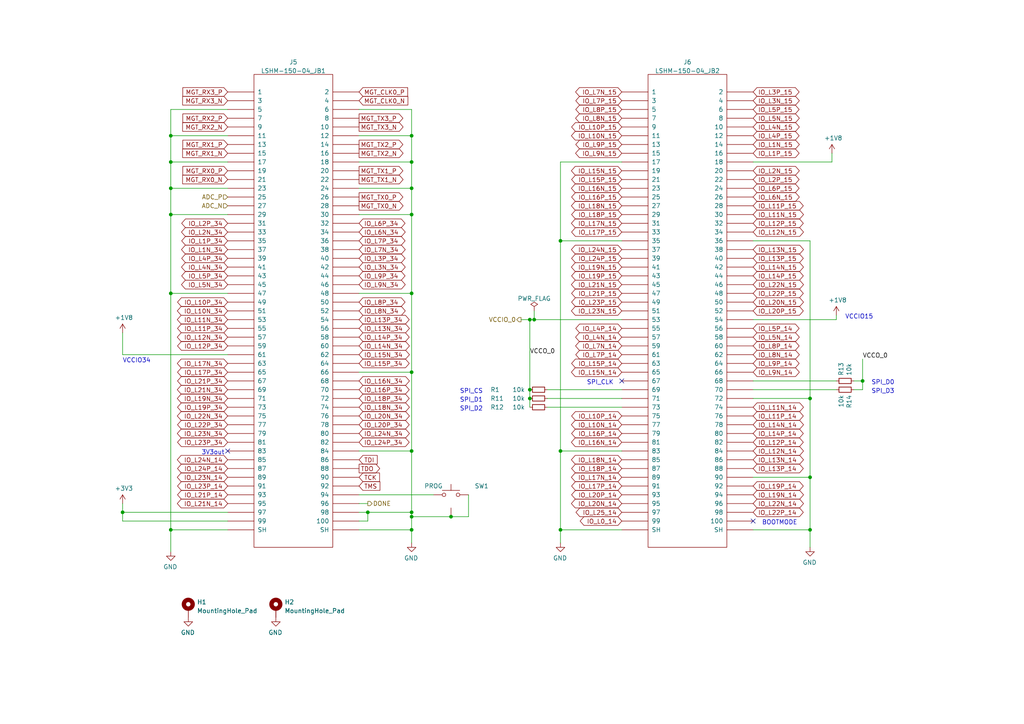
<source format=kicad_sch>
(kicad_sch (version 20230121) (generator eeschema)
  (paper "A4")
  (lib_symbols
    (symbol "Device:R_Small" (pin_numbers hide) (pin_names (offset 0.254) hide)
      (property "Reference" "R" (at 0.762 0.508 0))
      (property "Value" "R_Small" (at 0.762 -1.016 0))
      (symbol "R_Small_0_1"
        (rectangle (start -0.762 1.778) (end 0.762 -1.778) (stroke (width 0.2032)))
      )
      (symbol "R_Small_1_1"
        (pin passive line (at 0 2.54 270) (length 0.762) (name "~") (number "1"))
        (pin passive line (at 0 -2.54 90) (length 0.762) (name "~") (number "2"))
      )
    )
    (symbol "Mechanical:MountingHole_Pad" (pin_numbers hide) (pin_names (offset 1.016) hide)
      (property "Reference" "H" (at 0 6.35 0))
      (property "Value" "MountingHole_Pad" (at 0 4.445 0))
      (symbol "MountingHole_Pad_0_1"
        (circle (center 0 1.27) (radius 1.27) (stroke (width 1.27)))
      )
      (symbol "MountingHole_Pad_1_1"
        (pin input line (at 0 -2.54 90) (length 2.54) (name "1") (number "1"))
      )
    )
    (symbol "fmc:SW_Push_Shielded" (pin_numbers hide) (pin_names (offset 1.016) hide)
      (property "Reference" "SW" (at 1.27 2.54 0))
      (property "Value" "fmc_SW_Push_Shielded" (at 0 -1.524 0))
      (symbol "SW_Push_Shielded_0_1"
        (circle (center -2.032 0) (radius 0.508))
        (polyline (pts (xy 0 1.27) (xy 0 3.048)))
        (polyline (pts (xy 2.54 1.27) (xy -2.54 1.27)))
        (circle (center 2.032 0) (radius 0.508))
        (pin passive line (at -5.08 0 0) (length 2.54) (name "1") (number "1"))
        (pin passive line (at 5.08 0 180) (length 2.54) (name "2") (number "2"))
      )
      (symbol "SW_Push_Shielded_1_1"
        (pin power_in line (at 0 -6.35 90) (length 2.54) (name "Shield") (number "3"))
      )
    )
    (symbol "power:+1V8" (power) (pin_names (offset 0))
      (property "Value" "+1V8" (at 0 3.556 0))
      (symbol "+1V8_0_1"
        (polyline (pts (xy -0.762 1.27) (xy 0 2.54)))
        (polyline (pts (xy 0 0) (xy 0 2.54)))
        (polyline (pts (xy 0 2.54) (xy 0.762 1.27)))
      )
      (symbol "+1V8_1_1"
        (pin power_in line (at 0 0 90) (length 0) hide (name "+1V8") (number "1"))
      )
    )
    (symbol "power:+3V3" (power) (pin_names (offset 0))
      (property "Value" "+3V3" (at 0 3.556 0))
      (symbol "+3V3_0_1"
        (polyline (pts (xy -0.762 1.27) (xy 0 2.54)))
        (polyline (pts (xy 0 0) (xy 0 2.54)))
        (polyline (pts (xy 0 2.54) (xy 0.762 1.27)))
      )
      (symbol "+3V3_1_1"
        (pin power_in line (at 0 0 90) (length 0) hide (name "+3V3") (number "1"))
      )
    )
    (symbol "power:GND" (power) (pin_names (offset 0))
      (property "Value" "GND" (at 0 -3.81 0))
      (symbol "GND_0_1"
        (polyline (pts (xy 0 0) (xy 0 -1.27) (xy 1.27 -1.27) (xy 0 -2.54) (xy -1.27 -1.27) (xy 0 -1.27)))
      )
      (symbol "GND_1_1"
        (pin power_in line (at 0 0 270) (length 0) hide (name "GND") (number "1"))
      )
    )
    (symbol "power:PWR_FLAG" (power) (pin_numbers hide) (pin_names (offset 0) hide)
      (property "Value" "PWR_FLAG" (at 0 3.81 0))
      (symbol "PWR_FLAG_0_0"
        (pin power_out line (at 0 0 90) (length 0) (name "pwr") (number "1"))
      )
      (symbol "PWR_FLAG_0_1"
        (polyline (pts (xy 0 0) (xy 0 1.27) (xy -1.016 1.905) (xy 0 2.54) (xy 1.016 1.905) (xy 0 1.27)))
      )
    )
    (symbol "te0714:LSHM-150-04_JB1" (pin_numbers hide) (pin_names (offset 1.016))
      (property "Reference" "J" (at 0 -2.54 0))
      (property "Value" "LSHM-150-04_JB1" (at 0 2.54 0))
      (symbol "LSHM-150-04_JB1_1_0"
        (rectangle (start -11.43 -68.58) (end 11.43 68.58))
      )
      (symbol "LSHM-150-04_JB1_1_1"
        (pin input line (at -19.05 63.5 0) (length 7.62) (name "1") (number "1"))
        (pin output line (at 19.05 53.34 180) (length 7.62) (name "10") (number "10"))
        (pin power_in line (at 19.05 -60.96 180) (length 7.62) (name "100") (number "100"))
        (pin power_in line (at -19.05 50.8 0) (length 7.62) (name "11") (number "11"))
        (pin power_in line (at 19.05 50.8 180) (length 7.62) (name "12") (number "12"))
        (pin input line (at -19.05 48.26 0) (length 7.62) (name "13") (number "13"))
        (pin output line (at 19.05 48.26 180) (length 7.62) (name "14") (number "14"))
        (pin input line (at -19.05 45.72 0) (length 7.62) (name "15") (number "15"))
        (pin output line (at 19.05 45.72 180) (length 7.62) (name "16") (number "16"))
        (pin power_in line (at -19.05 43.18 0) (length 7.62) (name "17") (number "17"))
        (pin power_in line (at 19.05 43.18 180) (length 7.62) (name "18") (number "18"))
        (pin input line (at -19.05 40.64 0) (length 7.62) (name "19") (number "19"))
        (pin input line (at 19.05 63.5 180) (length 7.62) (name "2") (number "2"))
        (pin output line (at 19.05 40.64 180) (length 7.62) (name "20") (number "20"))
        (pin input line (at -19.05 38.1 0) (length 7.62) (name "21") (number "21"))
        (pin output line (at 19.05 38.1 180) (length 7.62) (name "22") (number "22"))
        (pin power_in line (at -19.05 35.56 0) (length 7.62) (name "23") (number "23"))
        (pin power_in line (at 19.05 35.56 180) (length 7.62) (name "24") (number "24"))
        (pin input line (at -19.05 33.02 0) (length 7.62) (name "25") (number "25"))
        (pin output line (at 19.05 33.02 180) (length 7.62) (name "26") (number "26"))
        (pin input line (at -19.05 30.48 0) (length 7.62) (name "27") (number "27"))
        (pin output line (at 19.05 30.48 180) (length 7.62) (name "28") (number "28"))
        (pin power_in line (at -19.05 27.94 0) (length 7.62) (name "29") (number "29"))
        (pin input line (at -19.05 60.96 0) (length 7.62) (name "3") (number "3"))
        (pin power_in line (at 19.05 27.94 180) (length 7.62) (name "30") (number "30"))
        (pin bidirectional line (at -19.05 25.4 0) (length 7.62) (name "31") (number "31"))
        (pin bidirectional line (at 19.05 25.4 180) (length 7.62) (name "32") (number "32"))
        (pin bidirectional line (at -19.05 22.86 0) (length 7.62) (name "33") (number "33"))
        (pin bidirectional line (at 19.05 22.86 180) (length 7.62) (name "34") (number "34"))
        (pin bidirectional line (at -19.05 20.32 0) (length 7.62) (name "35") (number "35"))
        (pin bidirectional line (at 19.05 20.32 180) (length 7.62) (name "36") (number "36"))
        (pin bidirectional line (at -19.05 17.78 0) (length 7.62) (name "37") (number "37"))
        (pin bidirectional line (at 19.05 17.78 180) (length 7.62) (name "38") (number "38"))
        (pin bidirectional line (at -19.05 15.24 0) (length 7.62) (name "39") (number "39"))
        (pin input line (at 19.05 60.96 180) (length 7.62) (name "4") (number "4"))
        (pin bidirectional line (at 19.05 15.24 180) (length 7.62) (name "40") (number "40"))
        (pin bidirectional line (at -19.05 12.7 0) (length 7.62) (name "41") (number "41"))
        (pin bidirectional line (at 19.05 12.7 180) (length 7.62) (name "42") (number "42"))
        (pin bidirectional line (at -19.05 10.16 0) (length 7.62) (name "43") (number "43"))
        (pin bidirectional line (at 19.05 10.16 180) (length 7.62) (name "44") (number "44"))
        (pin bidirectional line (at -19.05 7.62 0) (length 7.62) (name "45") (number "45"))
        (pin bidirectional line (at 19.05 7.62 180) (length 7.62) (name "46") (number "46"))
        (pin power_in line (at -19.05 5.08 0) (length 7.62) (name "47") (number "47"))
        (pin power_in line (at 19.05 5.08 180) (length 7.62) (name "48") (number "48"))
        (pin bidirectional line (at -19.05 2.54 0) (length 7.62) (name "49") (number "49"))
        (pin power_in line (at -19.05 58.42 0) (length 7.62) (name "5") (number "5"))
        (pin bidirectional line (at 19.05 2.54 180) (length 7.62) (name "50") (number "50"))
        (pin bidirectional line (at -19.05 0 0) (length 7.62) (name "51") (number "51"))
        (pin bidirectional line (at 19.05 0 180) (length 7.62) (name "52") (number "52"))
        (pin bidirectional line (at -19.05 -2.54 0) (length 7.62) (name "53") (number "53"))
        (pin bidirectional line (at 19.05 -2.54 180) (length 7.62) (name "54") (number "54"))
        (pin bidirectional line (at -19.05 -5.08 0) (length 7.62) (name "55") (number "55"))
        (pin bidirectional line (at 19.05 -5.08 180) (length 7.62) (name "56") (number "56"))
        (pin bidirectional line (at -19.05 -7.62 0) (length 7.62) (name "57") (number "57"))
        (pin bidirectional line (at 19.05 -7.62 180) (length 7.62) (name "58") (number "58"))
        (pin bidirectional line (at -19.05 -10.16 0) (length 7.62) (name "59") (number "59"))
        (pin power_in line (at 19.05 58.42 180) (length 7.62) (name "6") (number "6"))
        (pin bidirectional line (at 19.05 -10.16 180) (length 7.62) (name "60") (number "60"))
        (pin power_in line (at -19.05 -12.7 0) (length 7.62) (name "61") (number "61"))
        (pin bidirectional line (at 19.05 -12.7 180) (length 7.62) (name "62") (number "62"))
        (pin bidirectional line (at -19.05 -15.24 0) (length 7.62) (name "63") (number "63"))
        (pin bidirectional line (at 19.05 -15.24 180) (length 7.62) (name "64") (number "64"))
        (pin bidirectional line (at -19.05 -17.78 0) (length 7.62) (name "65") (number "65"))
        (pin power_in line (at 19.05 -17.78 180) (length 7.62) (name "66") (number "66"))
        (pin bidirectional line (at -19.05 -20.32 0) (length 7.62) (name "67") (number "67"))
        (pin bidirectional line (at 19.05 -20.32 180) (length 7.62) (name "68") (number "68"))
        (pin bidirectional line (at -19.05 -22.86 0) (length 7.62) (name "69") (number "69"))
        (pin input line (at -19.05 55.88 0) (length 7.62) (name "7") (number "7"))
        (pin bidirectional line (at 19.05 -22.86 180) (length 7.62) (name "70") (number "70"))
        (pin bidirectional line (at -19.05 -25.4 0) (length 7.62) (name "71") (number "71"))
        (pin bidirectional line (at 19.05 -25.4 180) (length 7.62) (name "72") (number "72"))
        (pin bidirectional line (at -19.05 -27.94 0) (length 7.62) (name "73") (number "73"))
        (pin bidirectional line (at 19.05 -27.94 180) (length 7.62) (name "74") (number "74"))
        (pin bidirectional line (at -19.05 -30.48 0) (length 7.62) (name "75") (number "75"))
        (pin bidirectional line (at 19.05 -30.48 180) (length 7.62) (name "76") (number "76"))
        (pin bidirectional line (at -19.05 -33.02 0) (length 7.62) (name "77") (number "77"))
        (pin bidirectional line (at 19.05 -33.02 180) (length 7.62) (name "78") (number "78"))
        (pin bidirectional line (at -19.05 -35.56 0) (length 7.62) (name "79") (number "79"))
        (pin output line (at 19.05 55.88 180) (length 7.62) (name "8") (number "8"))
        (pin bidirectional line (at 19.05 -35.56 180) (length 7.62) (name "80") (number "80"))
        (pin bidirectional line (at -19.05 -38.1 0) (length 7.62) (name "81") (number "81"))
        (pin bidirectional line (at 19.05 -38.1 180) (length 7.62) (name "82") (number "82"))
        (pin power_out line (at -19.05 -40.64 0) (length 7.62) (name "83") (number "83"))
        (pin power_in line (at 19.05 -40.64 180) (length 7.62) (name "84") (number "84"))
        (pin bidirectional line (at -19.05 -43.18 0) (length 7.62) (name "85") (number "85"))
        (pin input line (at 19.05 -43.18 180) (length 7.62) (name "86") (number "86"))
        (pin bidirectional line (at -19.05 -45.72 0) (length 7.62) (name "87") (number "87"))
        (pin output line (at 19.05 -45.72 180) (length 7.62) (name "88") (number "88"))
        (pin bidirectional line (at -19.05 -48.26 0) (length 7.62) (name "89") (number "89"))
        (pin input line (at -19.05 53.34 0) (length 7.62) (name "9") (number "9"))
        (pin input line (at 19.05 -48.26 180) (length 7.62) (name "90") (number "90"))
        (pin bidirectional line (at -19.05 -50.8 0) (length 7.62) (name "91") (number "91"))
        (pin input line (at 19.05 -50.8 180) (length 7.62) (name "92") (number "92"))
        (pin bidirectional line (at -19.05 -53.34 0) (length 7.62) (name "93") (number "93"))
        (pin input line (at 19.05 -53.34 180) (length 7.62) (name "94") (number "94"))
        (pin bidirectional line (at -19.05 -55.88 0) (length 7.62) (name "95") (number "95"))
        (pin output line (at 19.05 -55.88 180) (length 7.62) (name "96") (number "96"))
        (pin power_in line (at -19.05 -58.42 0) (length 7.62) (name "97") (number "97"))
        (pin power_in line (at 19.05 -58.42 180) (length 7.62) (name "98") (number "98"))
        (pin power_in line (at -19.05 -60.96 0) (length 7.62) (name "99") (number "99"))
        (pin power_in line (at -19.05 -63.5 0) (length 7.62) (name "SH") (number "SH"))
        (pin power_in line (at 19.05 -63.5 180) (length 7.62) (name "SH") (number "SH"))
      )
    )
    (symbol "te0714:LSHM-150-04_JB2" (pin_numbers hide) (pin_names (offset 1.016))
      (property "Reference" "J" (at 0 -2.54 0))
      (property "Value" "LSHM-150-04_JB2" (at 0 2.54 0))
      (symbol "LSHM-150-04_JB2_1_0"
        (rectangle (start -11.43 -68.58) (end 11.43 68.58))
      )
      (symbol "LSHM-150-04_JB2_1_1"
        (pin bidirectional line (at -19.05 63.5 0) (length 7.62) (name "1") (number "1"))
        (pin bidirectional line (at 19.05 53.34 180) (length 7.62) (name "10") (number "10"))
        (pin input line (at 19.05 -60.96 180) (length 7.62) (name "100") (number "100"))
        (pin bidirectional line (at -19.05 50.8 0) (length 7.62) (name "11") (number "11"))
        (pin bidirectional line (at 19.05 50.8 180) (length 7.62) (name "12") (number "12"))
        (pin bidirectional line (at -19.05 48.26 0) (length 7.62) (name "13") (number "13"))
        (pin bidirectional line (at 19.05 48.26 180) (length 7.62) (name "14") (number "14"))
        (pin bidirectional line (at -19.05 45.72 0) (length 7.62) (name "15") (number "15"))
        (pin bidirectional line (at 19.05 45.72 180) (length 7.62) (name "16") (number "16"))
        (pin power_in line (at -19.05 43.18 0) (length 7.62) (name "17") (number "17"))
        (pin power_out line (at 19.05 43.18 180) (length 7.62) (name "18") (number "18"))
        (pin bidirectional line (at -19.05 40.64 0) (length 7.62) (name "19") (number "19"))
        (pin bidirectional line (at 19.05 63.5 180) (length 7.62) (name "2") (number "2"))
        (pin bidirectional line (at 19.05 40.64 180) (length 7.62) (name "20") (number "20"))
        (pin bidirectional line (at -19.05 38.1 0) (length 7.62) (name "21") (number "21"))
        (pin bidirectional line (at 19.05 38.1 180) (length 7.62) (name "22") (number "22"))
        (pin bidirectional line (at -19.05 35.56 0) (length 7.62) (name "23") (number "23"))
        (pin bidirectional line (at 19.05 35.56 180) (length 7.62) (name "24") (number "24"))
        (pin bidirectional line (at -19.05 33.02 0) (length 7.62) (name "25") (number "25"))
        (pin bidirectional line (at 19.05 33.02 180) (length 7.62) (name "26") (number "26"))
        (pin bidirectional line (at -19.05 30.48 0) (length 7.62) (name "27") (number "27"))
        (pin bidirectional line (at 19.05 30.48 180) (length 7.62) (name "28") (number "28"))
        (pin bidirectional line (at -19.05 27.94 0) (length 7.62) (name "29") (number "29"))
        (pin bidirectional line (at -19.05 60.96 0) (length 7.62) (name "3") (number "3"))
        (pin bidirectional line (at 19.05 27.94 180) (length 7.62) (name "30") (number "30"))
        (pin bidirectional line (at -19.05 25.4 0) (length 7.62) (name "31") (number "31"))
        (pin bidirectional line (at 19.05 25.4 180) (length 7.62) (name "32") (number "32"))
        (pin bidirectional line (at -19.05 22.86 0) (length 7.62) (name "33") (number "33"))
        (pin bidirectional line (at 19.05 22.86 180) (length 7.62) (name "34") (number "34"))
        (pin power_in line (at -19.05 20.32 0) (length 7.62) (name "35") (number "35"))
        (pin power_in line (at 19.05 20.32 180) (length 7.62) (name "36") (number "36"))
        (pin bidirectional line (at -19.05 17.78 0) (length 7.62) (name "37") (number "37"))
        (pin bidirectional line (at 19.05 17.78 180) (length 7.62) (name "38") (number "38"))
        (pin bidirectional line (at -19.05 15.24 0) (length 7.62) (name "39") (number "39"))
        (pin bidirectional line (at 19.05 60.96 180) (length 7.62) (name "4") (number "4"))
        (pin bidirectional line (at 19.05 15.24 180) (length 7.62) (name "40") (number "40"))
        (pin bidirectional line (at -19.05 12.7 0) (length 7.62) (name "41") (number "41"))
        (pin bidirectional line (at 19.05 12.7 180) (length 7.62) (name "42") (number "42"))
        (pin bidirectional line (at -19.05 10.16 0) (length 7.62) (name "43") (number "43"))
        (pin bidirectional line (at 19.05 10.16 180) (length 7.62) (name "44") (number "44"))
        (pin bidirectional line (at -19.05 7.62 0) (length 7.62) (name "45") (number "45"))
        (pin bidirectional line (at 19.05 7.62 180) (length 7.62) (name "46") (number "46"))
        (pin bidirectional line (at -19.05 5.08 0) (length 7.62) (name "47") (number "47"))
        (pin bidirectional line (at 19.05 5.08 180) (length 7.62) (name "48") (number "48"))
        (pin bidirectional line (at -19.05 2.54 0) (length 7.62) (name "49") (number "49"))
        (pin bidirectional line (at -19.05 58.42 0) (length 7.62) (name "5") (number "5"))
        (pin bidirectional line (at 19.05 2.54 180) (length 7.62) (name "50") (number "50"))
        (pin bidirectional line (at -19.05 0 0) (length 7.62) (name "51") (number "51"))
        (pin bidirectional line (at 19.05 0 180) (length 7.62) (name "52") (number "52"))
        (pin bidirectional line (at -19.05 -2.54 0) (length 7.62) (name "53") (number "53"))
        (pin power_in line (at 19.05 -2.54 180) (length 7.62) (name "54") (number "54"))
        (pin bidirectional line (at -19.05 -5.08 0) (length 7.62) (name "55") (number "55"))
        (pin bidirectional line (at 19.05 -5.08 180) (length 7.62) (name "56") (number "56"))
        (pin bidirectional line (at -19.05 -7.62 0) (length 7.62) (name "57") (number "57"))
        (pin bidirectional line (at 19.05 -7.62 180) (length 7.62) (name "58") (number "58"))
        (pin bidirectional line (at -19.05 -10.16 0) (length 7.62) (name "59") (number "59"))
        (pin bidirectional line (at 19.05 58.42 180) (length 7.62) (name "6") (number "6"))
        (pin bidirectional line (at 19.05 -10.16 180) (length 7.62) (name "60") (number "60"))
        (pin bidirectional line (at -19.05 -12.7 0) (length 7.62) (name "61") (number "61"))
        (pin bidirectional line (at 19.05 -12.7 180) (length 7.62) (name "62") (number "62"))
        (pin bidirectional line (at -19.05 -15.24 0) (length 7.62) (name "63") (number "63"))
        (pin bidirectional line (at 19.05 -15.24 180) (length 7.62) (name "64") (number "64"))
        (pin bidirectional line (at -19.05 -17.78 0) (length 7.62) (name "65") (number "65"))
        (pin bidirectional line (at 19.05 -17.78 180) (length 7.62) (name "66") (number "66"))
        (pin output line (at -19.05 -20.32 0) (length 7.62) (name "67") (number "67"))
        (pin output line (at 19.05 -20.32 180) (length 7.62) (name "68") (number "68"))
        (pin output line (at -19.05 -22.86 0) (length 7.62) (name "69") (number "69"))
        (pin bidirectional line (at -19.05 55.88 0) (length 7.62) (name "7") (number "7"))
        (pin output line (at 19.05 -22.86 180) (length 7.62) (name "70") (number "70"))
        (pin output line (at -19.05 -25.4 0) (length 7.62) (name "71") (number "71"))
        (pin power_in line (at 19.05 -25.4 180) (length 7.62) (name "72") (number "72"))
        (pin output line (at -19.05 -27.94 0) (length 7.62) (name "73") (number "73"))
        (pin bidirectional line (at 19.05 -27.94 180) (length 7.62) (name "74") (number "74"))
        (pin bidirectional line (at -19.05 -30.48 0) (length 7.62) (name "75") (number "75"))
        (pin bidirectional line (at 19.05 -30.48 180) (length 7.62) (name "76") (number "76"))
        (pin bidirectional line (at -19.05 -33.02 0) (length 7.62) (name "77") (number "77"))
        (pin bidirectional line (at 19.05 -33.02 180) (length 7.62) (name "78") (number "78"))
        (pin bidirectional line (at -19.05 -35.56 0) (length 7.62) (name "79") (number "79"))
        (pin bidirectional line (at 19.05 55.88 180) (length 7.62) (name "8") (number "8"))
        (pin bidirectional line (at 19.05 -35.56 180) (length 7.62) (name "80") (number "80"))
        (pin bidirectional line (at -19.05 -38.1 0) (length 7.62) (name "81") (number "81"))
        (pin bidirectional line (at 19.05 -38.1 180) (length 7.62) (name "82") (number "82"))
        (pin power_in line (at -19.05 -40.64 0) (length 7.62) (name "83") (number "83"))
        (pin bidirectional line (at 19.05 -40.64 180) (length 7.62) (name "84") (number "84"))
        (pin bidirectional line (at -19.05 -43.18 0) (length 7.62) (name "85") (number "85"))
        (pin bidirectional line (at 19.05 -43.18 180) (length 7.62) (name "86") (number "86"))
        (pin bidirectional line (at -19.05 -45.72 0) (length 7.62) (name "87") (number "87"))
        (pin bidirectional line (at 19.05 -45.72 180) (length 7.62) (name "88") (number "88"))
        (pin bidirectional line (at -19.05 -48.26 0) (length 7.62) (name "89") (number "89"))
        (pin bidirectional line (at -19.05 53.34 0) (length 7.62) (name "9") (number "9"))
        (pin power_in line (at 19.05 -48.26 180) (length 7.62) (name "90") (number "90"))
        (pin bidirectional line (at -19.05 -50.8 0) (length 7.62) (name "91") (number "91"))
        (pin bidirectional line (at 19.05 -50.8 180) (length 7.62) (name "92") (number "92"))
        (pin bidirectional line (at -19.05 -53.34 0) (length 7.62) (name "93") (number "93"))
        (pin bidirectional line (at 19.05 -53.34 180) (length 7.62) (name "94") (number "94"))
        (pin bidirectional line (at -19.05 -55.88 0) (length 7.62) (name "95") (number "95"))
        (pin bidirectional line (at 19.05 -55.88 180) (length 7.62) (name "96") (number "96"))
        (pin bidirectional line (at -19.05 -58.42 0) (length 7.62) (name "97") (number "97"))
        (pin bidirectional line (at 19.05 -58.42 180) (length 7.62) (name "98") (number "98"))
        (pin bidirectional line (at -19.05 -60.96 0) (length 7.62) (name "99") (number "99"))
        (pin power_in line (at -19.05 -63.5 0) (length 7.62) (name "SH") (number "SH"))
        (pin power_in line (at 19.05 -63.5 180) (length 7.62) (name "SH") (number "SH"))
      )
    )
  )
  (junction (at 119.38 39.37))
  (junction (at 153.67 115.57))
  (junction (at 49.53 54.61))
  (junction (at 119.38 148.59))
  (junction (at 49.53 39.37))
  (junction (at 35.56 148.59))
  (junction (at 49.53 85.09))
  (junction (at 119.38 54.61))
  (junction (at 234.95 153.67))
  (junction (at 119.38 62.23))
  (junction (at 106.68 148.59))
  (junction (at 49.53 153.67))
  (junction (at 153.67 113.03))
  (junction (at 250.19 110.49))
  (junction (at 162.56 130.81))
  (junction (at 119.38 130.81))
  (junction (at 119.38 107.95))
  (junction (at 162.56 69.85))
  (junction (at 234.95 115.57))
  (junction (at 49.53 46.99))
  (junction (at 153.67 92.71))
  (junction (at 234.95 138.43))
  (junction (at 119.38 149.86))
  (junction (at 49.53 62.23))
  (junction (at 119.38 153.67))
  (junction (at 119.38 46.99))
  (junction (at 119.38 85.09))
  (junction (at 154.94 92.71))
  (junction (at 162.56 153.67))
  (junction (at 130.81 149.86))
  (no_connect (at 218.44 151.13))
  (no_connect (at 66.04 130.81))
  (no_connect (at 180.34 110.49))
  (wire (pts (xy 35.56 146.05) (xy 35.56 148.59)))
  (wire (pts (xy 151.13 92.71) (xy 153.67 92.71)))
  (wire (pts (xy 119.38 85.09) (xy 119.38 107.95)))
  (wire (pts (xy 49.53 46.99) (xy 49.53 54.61)))
  (wire (pts (xy 218.44 113.03) (xy 242.57 113.03)))
  (wire (pts (xy 218.44 110.49) (xy 242.57 110.49)))
  (wire (pts (xy 119.38 62.23) (xy 119.38 85.09)))
  (wire (pts (xy 49.53 153.67) (xy 49.53 160.02)))
  (wire (pts (xy 162.56 69.85) (xy 162.56 130.81)))
  (wire (pts (xy 153.67 115.57) (xy 153.67 118.11)))
  (wire (pts (xy 119.38 153.67) (xy 119.38 157.48)))
  (wire (pts (xy 153.67 92.71) (xy 154.94 92.71)))
  (wire (pts (xy 234.95 69.85) (xy 234.95 115.57)))
  (wire (pts (xy 104.14 107.95) (xy 119.38 107.95)))
  (wire (pts (xy 104.14 54.61) (xy 119.38 54.61)))
  (wire (pts (xy 241.3 46.99) (xy 241.3 44.45)))
  (wire (pts (xy 250.19 110.49) (xy 247.65 110.49)))
  (wire (pts (xy 247.65 113.03) (xy 250.19 113.03)))
  (wire (pts (xy 119.38 39.37) (xy 119.38 46.99)))
  (wire (pts (xy 104.14 39.37) (xy 119.38 39.37)))
  (wire (pts (xy 162.56 46.99) (xy 162.56 69.85)))
  (wire (pts (xy 180.34 153.67) (xy 162.56 153.67)))
  (wire (pts (xy 218.44 115.57) (xy 234.95 115.57)))
  (wire (pts (xy 119.38 54.61) (xy 119.38 62.23)))
  (wire (pts (xy 35.56 148.59) (xy 35.56 151.13)))
  (wire (pts (xy 154.94 90.17) (xy 154.94 92.71)))
  (wire (pts (xy 35.56 151.13) (xy 66.04 151.13)))
  (wire (pts (xy 104.14 85.09) (xy 119.38 85.09)))
  (wire (pts (xy 35.56 148.59) (xy 66.04 148.59)))
  (wire (pts (xy 218.44 69.85) (xy 234.95 69.85)))
  (wire (pts (xy 104.14 31.75) (xy 119.38 31.75)))
  (wire (pts (xy 106.68 148.59) (xy 119.38 148.59)))
  (wire (pts (xy 35.56 102.87) (xy 66.04 102.87)))
  (wire (pts (xy 180.34 69.85) (xy 162.56 69.85)))
  (wire (pts (xy 119.38 107.95) (xy 119.38 130.81)))
  (wire (pts (xy 218.44 138.43) (xy 234.95 138.43)))
  (wire (pts (xy 154.94 92.71) (xy 180.34 92.71)))
  (wire (pts (xy 180.34 46.99) (xy 162.56 46.99)))
  (wire (pts (xy 104.14 151.13) (xy 106.68 151.13)))
  (wire (pts (xy 250.19 104.14) (xy 250.19 110.49)))
  (wire (pts (xy 49.53 62.23) (xy 66.04 62.23)))
  (wire (pts (xy 104.14 148.59) (xy 106.68 148.59)))
  (wire (pts (xy 234.95 138.43) (xy 234.95 153.67)))
  (wire (pts (xy 130.81 149.86) (xy 119.38 149.86)))
  (wire (pts (xy 104.14 153.67) (xy 119.38 153.67)))
  (wire (pts (xy 49.53 85.09) (xy 49.53 153.67)))
  (wire (pts (xy 135.89 143.51) (xy 135.89 149.86)))
  (wire (pts (xy 162.56 130.81) (xy 162.56 153.67)))
  (wire (pts (xy 158.75 113.03) (xy 180.34 113.03)))
  (wire (pts (xy 49.53 85.09) (xy 66.04 85.09)))
  (wire (pts (xy 49.53 54.61) (xy 49.53 62.23)))
  (wire (pts (xy 49.53 46.99) (xy 66.04 46.99)))
  (wire (pts (xy 218.44 153.67) (xy 234.95 153.67)))
  (wire (pts (xy 49.53 39.37) (xy 66.04 39.37)))
  (wire (pts (xy 162.56 130.81) (xy 180.34 130.81)))
  (wire (pts (xy 158.75 118.11) (xy 180.34 118.11)))
  (wire (pts (xy 66.04 31.75) (xy 49.53 31.75)))
  (wire (pts (xy 104.14 143.51) (xy 125.73 143.51)))
  (wire (pts (xy 119.38 149.86) (xy 119.38 153.67)))
  (wire (pts (xy 234.95 115.57) (xy 234.95 138.43)))
  (wire (pts (xy 135.89 149.86) (xy 130.81 149.86)))
  (wire (pts (xy 250.19 110.49) (xy 250.19 113.03)))
  (wire (pts (xy 119.38 148.59) (xy 119.38 149.86)))
  (wire (pts (xy 104.14 46.99) (xy 119.38 46.99)))
  (wire (pts (xy 49.53 54.61) (xy 66.04 54.61)))
  (wire (pts (xy 119.38 46.99) (xy 119.38 54.61)))
  (wire (pts (xy 119.38 31.75) (xy 119.38 39.37)))
  (wire (pts (xy 49.53 39.37) (xy 49.53 46.99)))
  (wire (pts (xy 153.67 92.71) (xy 153.67 113.03)))
  (wire (pts (xy 158.75 115.57) (xy 180.34 115.57)))
  (wire (pts (xy 162.56 153.67) (xy 162.56 157.48)))
  (wire (pts (xy 218.44 46.99) (xy 241.3 46.99)))
  (wire (pts (xy 119.38 130.81) (xy 119.38 148.59)))
  (wire (pts (xy 35.56 96.52) (xy 35.56 102.87)))
  (wire (pts (xy 104.14 146.05) (xy 106.68 146.05)))
  (wire (pts (xy 153.67 113.03) (xy 153.67 115.57)))
  (wire (pts (xy 49.53 153.67) (xy 66.04 153.67)))
  (wire (pts (xy 104.14 130.81) (xy 119.38 130.81)))
  (wire (pts (xy 234.95 153.67) (xy 234.95 158.75)))
  (wire (pts (xy 218.44 92.71) (xy 242.57 92.71)))
  (wire (pts (xy 49.53 31.75) (xy 49.53 39.37)))
  (wire (pts (xy 242.57 92.71) (xy 242.57 91.44)))
  (wire (pts (xy 106.68 151.13) (xy 106.68 148.59)))
  (wire (pts (xy 49.53 62.23) (xy 49.53 85.09)))
  (wire (pts (xy 104.14 62.23) (xy 119.38 62.23)))
  (text "SPI_D0" (at 252.73 111.76 0) (effects (font (size 1.27 1.27)) (justify left bottom)))
  (text "VCCIO15" (at 245.11 92.71 0) (effects (font (size 1.27 1.27)) (justify left bottom)))
  (text "SPI_D1" (at 133.35 116.84 0) (effects (font (size 1.27 1.27)) (justify left bottom)))
  (text "BOOTMODE" (at 220.98 152.4 0) (effects (font (size 1.27 1.27)) (justify left bottom)))
  (text "3V3out" (at 58.42 132.08 0) (effects (font (size 1.27 1.27)) (justify left bottom)))
  (text "SPI_D3" (at 252.73 114.3 0) (effects (font (size 1.27 1.27)) (justify left bottom)))
  (text "SPI_D2" (at 133.35 119.38 0) (effects (font (size 1.27 1.27)) (justify left bottom)))
  (text "SPI_CS" (at 133.35 114.3 0) (effects (font (size 1.27 1.27)) (justify left bottom)))
  (text "VCCIO34" (at 35.56 105.41 0) (effects (font (size 1.27 1.27)) (justify left bottom)))
  (text "SPI_CLK" (at 170.18 111.76 0) (effects (font (size 1.27 1.27)) (justify left bottom)))
  (label "VCCO_0" (at 153.67 102.87 0))
  (label "VCCO_0" (at 250.19 104.14 0))
  (global_label "IO_L19P_15" (shape bidirectional) (at 180.34 80.01 180) (property "Intersheetrefs" "${INTERSHEET_REFS}" (effects hide)))
  (global_label "IO_L12N_15" (shape bidirectional) (at 218.44 67.31 0) (property "Intersheetrefs" "${INTERSHEET_REFS}" (effects hide)))
  (global_label "IO_L8P_15" (shape bidirectional) (at 180.34 31.75 180) (property "Intersheetrefs" "${INTERSHEET_REFS}" (effects hide)))
  (global_label "IO_L11P_14" (shape bidirectional) (at 218.44 120.65 0) (property "Intersheetrefs" "${INTERSHEET_REFS}" (effects hide)))
  (global_label "IO_L16N_15" (shape bidirectional) (at 180.34 54.61 180) (property "Intersheetrefs" "${INTERSHEET_REFS}" (effects hide)))
  (global_label "MGT_TX2_P" (shape output) (at 104.14 41.91 0) (property "Intersheetrefs" "${INTERSHEET_REFS}" (effects hide)))
  (global_label "MGT_RX2_N" (shape input) (at 66.04 36.83 180) (property "Intersheetrefs" "${INTERSHEET_REFS}" (effects hide)))
  (global_label "IO_L19N_14" (shape bidirectional) (at 218.44 143.51 0) (property "Intersheetrefs" "${INTERSHEET_REFS}" (effects hide)))
  (global_label "IO_L15P_15" (shape bidirectional) (at 180.34 52.07 180) (property "Intersheetrefs" "${INTERSHEET_REFS}" (effects hide)))
  (global_label "IO_L15P_34" (shape bidirectional) (at 104.14 105.41 0) (property "Intersheetrefs" "${INTERSHEET_REFS}" (effects hide)))
  (global_label "IO_L21P_14" (shape bidirectional) (at 66.04 143.51 180) (property "Intersheetrefs" "${INTERSHEET_REFS}" (effects hide)))
  (global_label "IO_L7N_34" (shape bidirectional) (at 104.14 72.39 0) (property "Intersheetrefs" "${INTERSHEET_REFS}" (effects hide)))
  (global_label "IO_L13N_34" (shape bidirectional) (at 104.14 95.25 0) (property "Intersheetrefs" "${INTERSHEET_REFS}" (effects hide)))
  (global_label "IO_L5N_34" (shape bidirectional) (at 66.04 82.55 180) (property "Intersheetrefs" "${INTERSHEET_REFS}" (effects hide)))
  (global_label "IO_L3N_34" (shape bidirectional) (at 104.14 77.47 0) (property "Intersheetrefs" "${INTERSHEET_REFS}" (effects hide)))
  (global_label "IO_L20P_15" (shape bidirectional) (at 218.44 90.17 0) (property "Intersheetrefs" "${INTERSHEET_REFS}" (effects hide)))
  (global_label "IO_L12P_14" (shape bidirectional) (at 218.44 128.27 0) (property "Intersheetrefs" "${INTERSHEET_REFS}" (effects hide)))
  (global_label "IO_L13P_34" (shape bidirectional) (at 104.14 92.71 0) (property "Intersheetrefs" "${INTERSHEET_REFS}" (effects hide)))
  (global_label "IO_L22N_34" (shape bidirectional) (at 66.04 120.65 180) (property "Intersheetrefs" "${INTERSHEET_REFS}" (effects hide)))
  (global_label "IO_L9P_34" (shape bidirectional) (at 104.14 80.01 0) (property "Intersheetrefs" "${INTERSHEET_REFS}" (effects hide)))
  (global_label "IO_L5N_14" (shape bidirectional) (at 218.44 97.79 0) (property "Intersheetrefs" "${INTERSHEET_REFS}" (effects hide)))
  (global_label "IO_L9P_15" (shape bidirectional) (at 180.34 41.91 180) (property "Intersheetrefs" "${INTERSHEET_REFS}" (effects hide)))
  (global_label "MGT_CLK0_N" (shape input) (at 104.14 29.21 0) (property "Intersheetrefs" "${INTERSHEET_REFS}" (effects hide)))
  (global_label "IO_L20N_14" (shape bidirectional) (at 180.34 146.05 180) (property "Intersheetrefs" "${INTERSHEET_REFS}" (effects hide)))
  (global_label "IO_L23P_15" (shape bidirectional) (at 180.34 87.63 180) (property "Intersheetrefs" "${INTERSHEET_REFS}" (effects hide)))
  (global_label "MGT_RX2_P" (shape input) (at 66.04 34.29 180) (property "Intersheetrefs" "${INTERSHEET_REFS}" (effects hide)))
  (global_label "IO_L17N_15" (shape bidirectional) (at 180.34 64.77 180) (property "Intersheetrefs" "${INTERSHEET_REFS}" (effects hide)))
  (global_label "MGT_TX0_P" (shape output) (at 104.14 57.15 0) (property "Intersheetrefs" "${INTERSHEET_REFS}" (effects hide)))
  (global_label "IO_L4N_14" (shape bidirectional) (at 180.34 97.79 180) (property "Intersheetrefs" "${INTERSHEET_REFS}" (effects hide)))
  (global_label "IO_L2N_15" (shape bidirectional) (at 218.44 49.53 0) (property "Intersheetrefs" "${INTERSHEET_REFS}" (effects hide)))
  (global_label "MGT_RX1_P" (shape input) (at 66.04 41.91 180) (property "Intersheetrefs" "${INTERSHEET_REFS}" (effects hide)))
  (global_label "IO_L24P_14" (shape bidirectional) (at 66.04 135.89 180) (property "Intersheetrefs" "${INTERSHEET_REFS}" (effects hide)))
  (global_label "IO_L23P_34" (shape bidirectional) (at 66.04 128.27 180) (property "Intersheetrefs" "${INTERSHEET_REFS}" (effects hide)))
  (global_label "IO_L8P_34" (shape bidirectional) (at 104.14 87.63 0) (property "Intersheetrefs" "${INTERSHEET_REFS}" (effects hide)))
  (global_label "IO_L13N_15" (shape bidirectional) (at 218.44 72.39 0) (property "Intersheetrefs" "${INTERSHEET_REFS}" (effects hide)))
  (global_label "IO_L21N_15" (shape bidirectional) (at 180.34 82.55 180) (property "Intersheetrefs" "${INTERSHEET_REFS}" (effects hide)))
  (global_label "IO_L8N_15" (shape bidirectional) (at 180.34 34.29 180) (property "Intersheetrefs" "${INTERSHEET_REFS}" (effects hide)))
  (global_label "IO_L14P_14" (shape bidirectional) (at 218.44 125.73 0) (property "Intersheetrefs" "${INTERSHEET_REFS}" (effects hide)))
  (global_label "IO_L3P_15" (shape bidirectional) (at 218.44 26.67 0) (property "Intersheetrefs" "${INTERSHEET_REFS}" (effects hide)))
  (global_label "MGT_RX0_N" (shape input) (at 66.04 52.07 180) (property "Intersheetrefs" "${INTERSHEET_REFS}" (effects hide)))
  (global_label "MGT_RX0_P" (shape input) (at 66.04 49.53 180) (property "Intersheetrefs" "${INTERSHEET_REFS}" (effects hide)))
  (global_label "IO_L17P_15" (shape bidirectional) (at 180.34 67.31 180) (property "Intersheetrefs" "${INTERSHEET_REFS}" (effects hide)))
  (global_label "MGT_RX3_N" (shape input) (at 66.04 29.21 180) (property "Intersheetrefs" "${INTERSHEET_REFS}" (effects hide)))
  (global_label "IO_L17N_14" (shape bidirectional) (at 180.34 138.43 180) (property "Intersheetrefs" "${INTERSHEET_REFS}" (effects hide)))
  (global_label "IO_L22N_14" (shape bidirectional) (at 218.44 146.05 0) (property "Intersheetrefs" "${INTERSHEET_REFS}" (effects hide)))
  (global_label "IO_L18N_34" (shape bidirectional) (at 104.14 118.11 0) (property "Intersheetrefs" "${INTERSHEET_REFS}" (effects hide)))
  (global_label "IO_L15N_15" (shape bidirectional) (at 180.34 49.53 180) (property "Intersheetrefs" "${INTERSHEET_REFS}" (effects hide)))
  (global_label "IO_L1N_15" (shape bidirectional) (at 218.44 41.91 0) (property "Intersheetrefs" "${INTERSHEET_REFS}" (effects hide)))
  (global_label "IO_L22P_34" (shape bidirectional) (at 66.04 123.19 180) (property "Intersheetrefs" "${INTERSHEET_REFS}" (effects hide)))
  (global_label "IO_L20P_34" (shape bidirectional) (at 104.14 123.19 0) (property "Intersheetrefs" "${INTERSHEET_REFS}" (effects hide)))
  (global_label "IO_L3P_34" (shape bidirectional) (at 104.14 74.93 0) (property "Intersheetrefs" "${INTERSHEET_REFS}" (effects hide)))
  (global_label "IO_L15N_14" (shape bidirectional) (at 180.34 107.95 180) (property "Intersheetrefs" "${INTERSHEET_REFS}" (effects hide)))
  (global_label "IO_L9N_14" (shape bidirectional) (at 218.44 107.95 0) (property "Intersheetrefs" "${INTERSHEET_REFS}" (effects hide)))
  (global_label "IO_L4N_34" (shape bidirectional) (at 66.04 77.47 180) (property "Intersheetrefs" "${INTERSHEET_REFS}" (effects hide)))
  (global_label "TCK" (shape input) (at 104.14 138.43 0) (property "Intersheetrefs" "${INTERSHEET_REFS}" (effects hide)))
  (global_label "IO_L24N_34" (shape bidirectional) (at 104.14 125.73 0) (property "Intersheetrefs" "${INTERSHEET_REFS}" (effects hide)))
  (global_label "MGT_RX1_N" (shape input) (at 66.04 44.45 180) (property "Intersheetrefs" "${INTERSHEET_REFS}" (effects hide)))
  (global_label "IO_L9P_14" (shape bidirectional) (at 218.44 105.41 0) (property "Intersheetrefs" "${INTERSHEET_REFS}" (effects hide)))
  (global_label "IO_L13N_14" (shape bidirectional) (at 218.44 133.35 0) (property "Intersheetrefs" "${INTERSHEET_REFS}" (effects hide)))
  (global_label "IO_L24N_14" (shape bidirectional) (at 66.04 133.35 180) (property "Intersheetrefs" "${INTERSHEET_REFS}" (effects hide)))
  (global_label "IO_L15P_14" (shape bidirectional) (at 180.34 105.41 180) (property "Intersheetrefs" "${INTERSHEET_REFS}" (effects hide)))
  (global_label "IO_L21N_34" (shape bidirectional) (at 66.04 113.03 180) (property "Intersheetrefs" "${INTERSHEET_REFS}" (effects hide)))
  (global_label "MGT_TX1_N" (shape output) (at 104.14 52.07 0) (property "Intersheetrefs" "${INTERSHEET_REFS}" (effects hide)))
  (global_label "IO_L19P_34" (shape bidirectional) (at 66.04 118.11 180) (property "Intersheetrefs" "${INTERSHEET_REFS}" (effects hide)))
  (global_label "IO_L12P_15" (shape bidirectional) (at 218.44 64.77 0) (property "Intersheetrefs" "${INTERSHEET_REFS}" (effects hide)))
  (global_label "IO_L22P_15" (shape bidirectional) (at 218.44 85.09 0) (property "Intersheetrefs" "${INTERSHEET_REFS}" (effects hide)))
  (global_label "IO_L11P_34" (shape bidirectional) (at 66.04 95.25 180) (property "Intersheetrefs" "${INTERSHEET_REFS}" (effects hide)))
  (global_label "IO_L15N_34" (shape bidirectional) (at 104.14 102.87 0) (property "Intersheetrefs" "${INTERSHEET_REFS}" (effects hide)))
  (global_label "IO_L23P_14" (shape bidirectional) (at 66.04 140.97 180) (property "Intersheetrefs" "${INTERSHEET_REFS}" (effects hide)))
  (global_label "IO_L14P_34" (shape bidirectional) (at 104.14 97.79 0) (property "Intersheetrefs" "${INTERSHEET_REFS}" (effects hide)))
  (global_label "TDO" (shape output) (at 104.14 135.89 0) (property "Intersheetrefs" "${INTERSHEET_REFS}" (effects hide)))
  (global_label "IO_L25_14" (shape bidirectional) (at 180.34 148.59 180) (property "Intersheetrefs" "${INTERSHEET_REFS}" (effects hide)))
  (global_label "IO_L17P_34" (shape bidirectional) (at 66.04 107.95 180) (property "Intersheetrefs" "${INTERSHEET_REFS}" (effects hide)))
  (global_label "MGT_TX3_N" (shape output) (at 104.14 36.83 0) (property "Intersheetrefs" "${INTERSHEET_REFS}" (effects hide)))
  (global_label "TDI" (shape input) (at 104.14 133.35 0) (property "Intersheetrefs" "${INTERSHEET_REFS}" (effects hide)))
  (global_label "IO_L20N_15" (shape bidirectional) (at 218.44 87.63 0) (property "Intersheetrefs" "${INTERSHEET_REFS}" (effects hide)))
  (global_label "IO_L10N_15" (shape bidirectional) (at 180.34 39.37 180) (property "Intersheetrefs" "${INTERSHEET_REFS}" (effects hide)))
  (global_label "IO_L21N_14" (shape bidirectional) (at 66.04 146.05 180) (property "Intersheetrefs" "${INTERSHEET_REFS}" (effects hide)))
  (global_label "IO_L5P_14" (shape bidirectional) (at 218.44 95.25 0) (property "Intersheetrefs" "${INTERSHEET_REFS}" (effects hide)))
  (global_label "IO_L2N_34" (shape bidirectional) (at 66.04 67.31 180) (property "Intersheetrefs" "${INTERSHEET_REFS}" (effects hide)))
  (global_label "IO_L18P_34" (shape bidirectional) (at 104.14 115.57 0) (property "Intersheetrefs" "${INTERSHEET_REFS}" (effects hide)))
  (global_label "IO_L13P_14" (shape bidirectional) (at 218.44 135.89 0) (property "Intersheetrefs" "${INTERSHEET_REFS}" (effects hide)))
  (global_label "IO_L8P_14" (shape bidirectional) (at 218.44 100.33 0) (property "Intersheetrefs" "${INTERSHEET_REFS}" (effects hide)))
  (global_label "IO_L23N_34" (shape bidirectional) (at 66.04 125.73 180) (property "Intersheetrefs" "${INTERSHEET_REFS}" (effects hide)))
  (global_label "IO_L7N_15" (shape bidirectional) (at 180.34 26.67 180) (property "Intersheetrefs" "${INTERSHEET_REFS}" (effects hide)))
  (global_label "IO_L11N_14" (shape bidirectional) (at 218.44 118.11 0) (property "Intersheetrefs" "${INTERSHEET_REFS}" (effects hide)))
  (global_label "IO_L1P_15" (shape bidirectional) (at 218.44 44.45 0) (property "Intersheetrefs" "${INTERSHEET_REFS}" (effects hide)))
  (global_label "IO_L20P_14" (shape bidirectional) (at 180.34 143.51 180) (property "Intersheetrefs" "${INTERSHEET_REFS}" (effects hide)))
  (global_label "MGT_RX3_P" (shape input) (at 66.04 26.67 180) (property "Intersheetrefs" "${INTERSHEET_REFS}" (effects hide)))
  (global_label "IO_L24N_15" (shape bidirectional) (at 180.34 72.39 180) (property "Intersheetrefs" "${INTERSHEET_REFS}" (effects hide)))
  (global_label "IO_L12N_14" (shape bidirectional) (at 218.44 130.81 0) (property "Intersheetrefs" "${INTERSHEET_REFS}" (effects hide)))
  (global_label "IO_L14N_15" (shape bidirectional) (at 218.44 77.47 0) (property "Intersheetrefs" "${INTERSHEET_REFS}" (effects hide)))
  (global_label "IO_L22P_14" (shape bidirectional) (at 218.44 148.59 0) (property "Intersheetrefs" "${INTERSHEET_REFS}" (effects hide)))
  (global_label "IO_L6P_34" (shape bidirectional) (at 104.14 64.77 0) (property "Intersheetrefs" "${INTERSHEET_REFS}" (effects hide)))
  (global_label "TMS" (shape input) (at 104.14 140.97 0) (property "Intersheetrefs" "${INTERSHEET_REFS}" (effects hide)))
  (global_label "IO_L24P_34" (shape bidirectional) (at 104.14 128.27 0) (property "Intersheetrefs" "${INTERSHEET_REFS}" (effects hide)))
  (global_label "IO_L16N_14" (shape bidirectional) (at 180.34 128.27 180) (property "Intersheetrefs" "${INTERSHEET_REFS}" (effects hide)))
  (global_label "IO_L4P_34" (shape bidirectional) (at 66.04 74.93 180) (property "Intersheetrefs" "${INTERSHEET_REFS}" (effects hide)))
  (global_label "IO_L11N_15" (shape bidirectional) (at 218.44 62.23 0) (property "Intersheetrefs" "${INTERSHEET_REFS}" (effects hide)))
  (global_label "MGT_TX0_N" (shape output) (at 104.14 59.69 0) (property "Intersheetrefs" "${INTERSHEET_REFS}" (effects hide)))
  (global_label "IO_L17N_34" (shape bidirectional) (at 66.04 105.41 180) (property "Intersheetrefs" "${INTERSHEET_REFS}" (effects hide)))
  (global_label "IO_L14N_14" (shape bidirectional) (at 218.44 123.19 0) (property "Intersheetrefs" "${INTERSHEET_REFS}" (effects hide)))
  (global_label "IO_L16P_15" (shape bidirectional) (at 180.34 57.15 180) (property "Intersheetrefs" "${INTERSHEET_REFS}" (effects hide)))
  (global_label "IO_L16N_34" (shape bidirectional) (at 104.14 110.49 0) (property "Intersheetrefs" "${INTERSHEET_REFS}" (effects hide)))
  (global_label "IO_L7P_14" (shape bidirectional) (at 180.34 102.87 180) (property "Intersheetrefs" "${INTERSHEET_REFS}" (effects hide)))
  (global_label "IO_L7P_15" (shape bidirectional) (at 180.34 29.21 180) (property "Intersheetrefs" "${INTERSHEET_REFS}" (effects hide)))
  (global_label "IO_L18N_15" (shape bidirectional) (at 180.34 59.69 180) (property "Intersheetrefs" "${INTERSHEET_REFS}" (effects hide)))
  (global_label "IO_L18P_14" (shape bidirectional) (at 180.34 135.89 180) (property "Intersheetrefs" "${INTERSHEET_REFS}" (effects hide)))
  (global_label "IO_L6N_15" (shape bidirectional) (at 218.44 57.15 0) (property "Intersheetrefs" "${INTERSHEET_REFS}" (effects hide)))
  (global_label "IO_L10N_14" (shape bidirectional) (at 180.34 123.19 180) (property "Intersheetrefs" "${INTERSHEET_REFS}" (effects hide)))
  (global_label "IO_L10P_15" (shape bidirectional) (at 180.34 36.83 180) (property "Intersheetrefs" "${INTERSHEET_REFS}" (effects hide)))
  (global_label "IO_L1P_34" (shape bidirectional) (at 66.04 69.85 180) (property "Intersheetrefs" "${INTERSHEET_REFS}" (effects hide)))
  (global_label "IO_L18N_14" (shape bidirectional) (at 180.34 133.35 180) (property "Intersheetrefs" "${INTERSHEET_REFS}" (effects hide)))
  (global_label "IO_L18P_15" (shape bidirectional) (at 180.34 62.23 180) (property "Intersheetrefs" "${INTERSHEET_REFS}" (effects hide)))
  (global_label "IO_L19N_34" (shape bidirectional) (at 66.04 115.57 180) (property "Intersheetrefs" "${INTERSHEET_REFS}" (effects hide)))
  (global_label "IO_L9N_34" (shape bidirectional) (at 104.14 82.55 0) (property "Intersheetrefs" "${INTERSHEET_REFS}" (effects hide)))
  (global_label "IO_L24P_15" (shape bidirectional) (at 180.34 74.93 180) (property "Intersheetrefs" "${INTERSHEET_REFS}" (effects hide)))
  (global_label "IO_L22N_15" (shape bidirectional) (at 218.44 82.55 0) (property "Intersheetrefs" "${INTERSHEET_REFS}" (effects hide)))
  (global_label "IO_L6P_15" (shape bidirectional) (at 218.44 54.61 0) (property "Intersheetrefs" "${INTERSHEET_REFS}" (effects hide)))
  (global_label "IO_L0_14" (shape bidirectional) (at 180.34 151.13 180) (property "Intersheetrefs" "${INTERSHEET_REFS}" (effects hide)))
  (global_label "MGT_CLK0_P" (shape input) (at 104.14 26.67 0) (property "Intersheetrefs" "${INTERSHEET_REFS}" (effects hide)))
  (global_label "IO_L9N_15" (shape bidirectional) (at 180.34 44.45 180) (property "Intersheetrefs" "${INTERSHEET_REFS}" (effects hide)))
  (global_label "IO_L8N_34" (shape bidirectional) (at 104.14 90.17 0) (property "Intersheetrefs" "${INTERSHEET_REFS}" (effects hide)))
  (global_label "IO_L21P_34" (shape bidirectional) (at 66.04 110.49 180) (property "Intersheetrefs" "${INTERSHEET_REFS}" (effects hide)))
  (global_label "IO_L10P_14" (shape bidirectional) (at 180.34 120.65 180) (property "Intersheetrefs" "${INTERSHEET_REFS}" (effects hide)))
  (global_label "IO_L5N_15" (shape bidirectional) (at 218.44 34.29 0) (property "Intersheetrefs" "${INTERSHEET_REFS}" (effects hide)))
  (global_label "IO_L14P_15" (shape bidirectional) (at 218.44 80.01 0) (property "Intersheetrefs" "${INTERSHEET_REFS}" (effects hide)))
  (global_label "IO_L4P_14" (shape bidirectional) (at 180.34 95.25 180) (property "Intersheetrefs" "${INTERSHEET_REFS}" (effects hide)))
  (global_label "IO_L23N_15" (shape bidirectional) (at 180.34 90.17 180) (property "Intersheetrefs" "${INTERSHEET_REFS}" (effects hide)))
  (global_label "IO_L1N_34" (shape bidirectional) (at 66.04 72.39 180) (property "Intersheetrefs" "${INTERSHEET_REFS}" (effects hide)))
  (global_label "IO_L19P_14" (shape bidirectional) (at 218.44 140.97 0) (property "Intersheetrefs" "${INTERSHEET_REFS}" (effects hide)))
  (global_label "IO_L6N_34" (shape bidirectional) (at 104.14 67.31 0) (property "Intersheetrefs" "${INTERSHEET_REFS}" (effects hide)))
  (global_label "MGT_TX3_P" (shape output) (at 104.14 34.29 0) (property "Intersheetrefs" "${INTERSHEET_REFS}" (effects hide)))
  (global_label "IO_L11N_34" (shape bidirectional) (at 66.04 92.71 180) (property "Intersheetrefs" "${INTERSHEET_REFS}" (effects hide)))
  (global_label "IO_L21P_15" (shape bidirectional) (at 180.34 85.09 180) (property "Intersheetrefs" "${INTERSHEET_REFS}" (effects hide)))
  (global_label "IO_L4P_15" (shape bidirectional) (at 218.44 39.37 0) (property "Intersheetrefs" "${INTERSHEET_REFS}" (effects hide)))
  (global_label "IO_L16P_34" (shape bidirectional) (at 104.14 113.03 0) (property "Intersheetrefs" "${INTERSHEET_REFS}" (effects hide)))
  (global_label "IO_L7P_34" (shape bidirectional) (at 104.14 69.85 0) (property "Intersheetrefs" "${INTERSHEET_REFS}" (effects hide)))
  (global_label "IO_L23N_14" (shape bidirectional) (at 66.04 138.43 180) (property "Intersheetrefs" "${INTERSHEET_REFS}" (effects hide)))
  (global_label "MGT_TX1_P" (shape output) (at 104.14 49.53 0) (property "Intersheetrefs" "${INTERSHEET_REFS}" (effects hide)))
  (global_label "IO_L5P_15" (shape bidirectional) (at 218.44 31.75 0) (property "Intersheetrefs" "${INTERSHEET_REFS}" (effects hide)))
  (global_label "IO_L16P_14" (shape bidirectional) (at 180.34 125.73 180) (property "Intersheetrefs" "${INTERSHEET_REFS}" (effects hide)))
  (global_label "IO_L12P_34" (shape bidirectional) (at 66.04 100.33 180) (property "Intersheetrefs" "${INTERSHEET_REFS}" (effects hide)))
  (global_label "IO_L14N_34" (shape bidirectional) (at 104.14 100.33 0) (property "Intersheetrefs" "${INTERSHEET_REFS}" (effects hide)))
  (global_label "IO_L12N_34" (shape bidirectional) (at 66.04 97.79 180) (property "Intersheetrefs" "${INTERSHEET_REFS}" (effects hide)))
  (global_label "IO_L5P_34" (shape bidirectional) (at 66.04 80.01 180) (property "Intersheetrefs" "${INTERSHEET_REFS}" (effects hide)))
  (global_label "IO_L11P_15" (shape bidirectional) (at 218.44 59.69 0) (property "Intersheetrefs" "${INTERSHEET_REFS}" (effects hide)))
  (global_label "IO_L2P_15" (shape bidirectional) (at 218.44 52.07 0) (property "Intersheetrefs" "${INTERSHEET_REFS}" (effects hide)))
  (global_label "IO_L13P_15" (shape bidirectional) (at 218.44 74.93 0) (property "Intersheetrefs" "${INTERSHEET_REFS}" (effects hide)))
  (global_label "IO_L7N_14" (shape bidirectional) (at 180.34 100.33 180) (property "Intersheetrefs" "${INTERSHEET_REFS}" (effects hide)))
  (global_label "MGT_TX2_N" (shape output) (at 104.14 44.45 0) (property "Intersheetrefs" "${INTERSHEET_REFS}" (effects hide)))
  (global_label "IO_L17P_14" (shape bidirectional) (at 180.34 140.97 180) (property "Intersheetrefs" "${INTERSHEET_REFS}" (effects hide)))
  (global_label "IO_L3N_15" (shape bidirectional) (at 218.44 29.21 0) (property "Intersheetrefs" "${INTERSHEET_REFS}" (effects hide)))
  (global_label "IO_L8N_14" (shape bidirectional) (at 218.44 102.87 0) (property "Intersheetrefs" "${INTERSHEET_REFS}" (effects hide)))
  (global_label "IO_L10P_34" (shape bidirectional) (at 66.04 87.63 180) (property "Intersheetrefs" "${INTERSHEET_REFS}" (effects hide)))
  (global_label "IO_L4N_15" (shape bidirectional) (at 218.44 36.83 0) (property "Intersheetrefs" "${INTERSHEET_REFS}" (effects hide)))
  (global_label "IO_L20N_34" (shape bidirectional) (at 104.14 120.65 0) (property "Intersheetrefs" "${INTERSHEET_REFS}" (effects hide)))
  (global_label "IO_L19N_15" (shape bidirectional) (at 180.34 77.47 180) (property "Intersheetrefs" "${INTERSHEET_REFS}" (effects hide)))
  (global_label "IO_L10N_34" (shape bidirectional) (at 66.04 90.17 180) (property "Intersheetrefs" "${INTERSHEET_REFS}" (effects hide)))
  (global_label "IO_L2P_34" (shape bidirectional) (at 66.04 64.77 180) (property "Intersheetrefs" "${INTERSHEET_REFS}" (effects hide)))
  (hierarchical_label "DONE" (shape output) (at 106.68 146.05 0))
  (hierarchical_label "ADC_P" (shape input) (at 66.04 57.15 180))
  (hierarchical_label "ADC_N" (shape input) (at 66.04 59.69 180))
  (hierarchical_label "VCCIO_0" (shape output) (at 151.13 92.71 180))
  (symbol (lib_id "Mechanical:MountingHole_Pad") (at 54.61 176.53 0) (unit 1)
    (property "Reference" "H1" (at 57.15 174.625 0) (effects (justify left)))
    (property "Value" "MountingHole_Pad" (at 57.15 177.165 0) (effects (justify left)))
    (property "Footprint" "MountingHole:MountingHole_3.2mm_M3_DIN965_Pad_TopBottom" (effects hide))
  )
  (symbol (lib_id "Mechanical:MountingHole_Pad") (at 80.01 176.53 0) (unit 1)
    (property "Reference" "H2" (at 82.55 174.625 0) (effects (justify left)))
    (property "Value" "MountingHole_Pad" (at 82.55 177.165 0) (effects (justify left)))
    (property "Footprint" "MountingHole:MountingHole_3.2mm_M3_DIN965_Pad_TopBottom" (effects hide))
  )
  (symbol (lib_id "Device:R_Small") (at 245.11 113.03 270) (unit 1)
    (property "Reference" "R14" (at 246.2784 114.5286 0) (effects (justify left)))
    (property "Value" "10k" (at 243.967 114.5286 0) (effects (justify left)))
    (property "Footprint" "Resistor_SMD:R_0603_1608Metric" (effects hide))
  )
  (symbol (lib_id "Device:R_Small") (at 156.21 115.57 270) (unit 1)
    (property "Reference" "R11" (at 142.24 115.57 90) (effects (justify left)))
    (property "Value" "10k" (at 148.59 115.57 90) (effects (justify left)))
    (property "Footprint" "Resistor_SMD:R_0603_1608Metric" (effects hide))
  )
  (symbol (lib_id "Device:R_Small") (at 156.21 113.03 270) (unit 1)
    (property "Reference" "R1" (at 142.24 113.03 90) (effects (justify left)))
    (property "Value" "10k" (at 148.59 113.03 90) (effects (justify left)))
    (property "Footprint" "Resistor_SMD:R_0603_1608Metric" (effects hide))
  )
  (symbol (lib_id "Device:R_Small") (at 156.21 118.11 270) (unit 1)
    (property "Reference" "R12" (at 142.24 118.11 90) (effects (justify left)))
    (property "Value" "10k" (at 148.59 118.11 90) (effects (justify left)))
    (property "Footprint" "Resistor_SMD:R_0603_1608Metric" (effects hide))
  )
  (symbol (lib_id "power:+3V3") (at 35.56 146.05 0) (unit 1)
    (property "Reference" "#PWR0278" (effects hide))
    (property "Value" "+3V3" (at 35.941 141.6558 0))
  )
  (symbol (lib_id "power:GND") (at 80.01 179.07 0) (mirror y) (unit 1)
    (property "Reference" "#PWR03" (effects hide))
    (property "Value" "GND" (at 79.883 183.4642 0))
  )
  (symbol (lib_id "power:PWR_FLAG") (at 154.94 90.17 0) (unit 1)
    (property "Reference" "#FLG0117" (effects hide))
    (property "Value" "PWR_FLAG" (at 154.94 86.5942 0))
  )
  (symbol (lib_id "power:+1V8") (at 241.3 44.45 0) (unit 1)
    (property "Reference" "#PWR0276" (effects hide))
    (property "Value" "+1V8" (at 241.681 40.0558 0))
  )
  (symbol (lib_id "power:GND") (at 49.53 160.02 0) (mirror y) (unit 1)
    (property "Reference" "#PWR0277" (effects hide))
    (property "Value" "GND" (at 49.403 164.4142 0))
  )
  (symbol (lib_id "power:GND") (at 54.61 179.07 0) (mirror y) (unit 1)
    (property "Reference" "#PWR02" (effects hide))
    (property "Value" "GND" (at 54.483 183.4642 0))
  )
  (symbol (lib_id "te0714:LSHM-150-04_JB1") (at 85.09 90.17 0) (unit 1)
    (property "Reference" "J5" (at 85.09 18.0172 0))
    (property "Value" "LSHM-150-04_JB1" (at 85.09 20.5541 0))
    (property "Footprint" "Connector_Samtec:Samtec_LSHM-150-xx.x-x-DV-S_2x50-1SH_P0.50mm_Vertical" (effects hide))
    (property "Datasheet" "DOCUMENTATION" (effects hide))
  )
  (symbol (lib_id "power:GND") (at 234.95 158.75 0) (mirror y) (unit 1)
    (property "Reference" "#PWR0275" (effects hide))
    (property "Value" "GND" (at 234.823 163.1442 0))
  )
  (symbol (lib_id "power:GND") (at 119.38 157.48 0) (mirror y) (unit 1)
    (property "Reference" "#PWR0274" (effects hide))
    (property "Value" "GND" (at 119.253 161.8742 0))
  )
  (symbol (lib_id "power:+1V8") (at 35.56 96.52 0) (unit 1)
    (property "Reference" "#PWR0279" (effects hide))
    (property "Value" "+1V8" (at 35.941 92.1258 0))
  )
  (symbol (lib_id "Device:R_Small") (at 245.11 110.49 90) (unit 1)
    (property "Reference" "R13" (at 243.9416 108.9914 0) (effects (justify left)))
    (property "Value" "10k" (at 246.253 108.9914 0) (effects (justify left)))
    (property "Footprint" "Resistor_SMD:R_0603_1608Metric" (effects hide))
  )
  (symbol (lib_id "te0714:LSHM-150-04_JB2") (at 199.39 90.17 0) (unit 1)
    (property "Reference" "J6" (at 199.39 18.0172 0))
    (property "Value" "LSHM-150-04_JB2" (at 199.39 20.5541 0))
    (property "Footprint" "Connector_Samtec:Samtec_LSHM-150-xx.x-x-DV-S_2x50-1SH_P0.50mm_Vertical" (effects hide))
    (property "Datasheet" "DOCUMENTATION" (effects hide))
  )
  (symbol (lib_id "power:GND") (at 162.56 157.48 0) (mirror y) (unit 1)
    (property "Reference" "#PWR0273" (effects hide))
    (property "Value" "GND" (at 162.433 161.8742 0))
  )
  (symbol (lib_id "power:+1V8") (at 242.57 91.44 0) (unit 1)
    (property "Reference" "#PWR0280" (effects hide))
    (property "Value" "+1V8" (at 242.951 87.0458 0))
  )
  (symbol (lib_id "fmc:SW_Push_Shielded") (at 130.81 143.51 0) (unit 1)
    (property "Reference" "SW1" (at 139.7 140.97 0))
    (property "Value" "PROG" (at 125.73 140.97 0))
    (property "Footprint" "proj_footprints:SW_SPST_PTS810_and_PTS841" (effects hide))
  )
)
</source>
